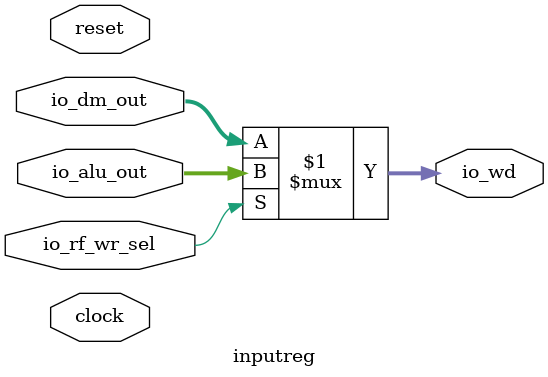
<source format=sv>
module inputreg(	// src/main/scala/npc/inputreg.scala:5:7
  input         clock,	// src/main/scala/npc/inputreg.scala:5:7
                reset,	// src/main/scala/npc/inputreg.scala:5:7
  input  [31:0] io_alu_out,	// src/main/scala/npc/inputreg.scala:6:15
                io_dm_out,	// src/main/scala/npc/inputreg.scala:6:15
  input         io_rf_wr_sel,	// src/main/scala/npc/inputreg.scala:6:15
  output [31:0] io_wd	// src/main/scala/npc/inputreg.scala:6:15
);

  assign io_wd = io_rf_wr_sel ? io_alu_out : io_dm_out;	// src/main/scala/npc/inputreg.scala:5:7, :13:17
endmodule


</source>
